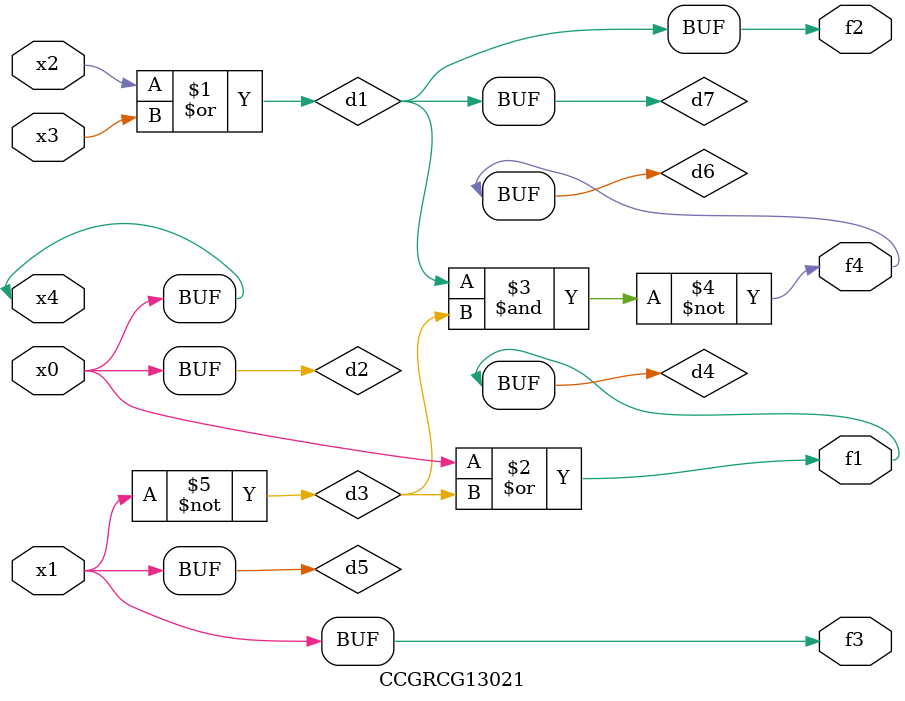
<source format=v>
module CCGRCG13021(
	input x0, x1, x2, x3, x4,
	output f1, f2, f3, f4
);

	wire d1, d2, d3, d4, d5, d6, d7;

	or (d1, x2, x3);
	buf (d2, x0, x4);
	not (d3, x1);
	or (d4, d2, d3);
	not (d5, d3);
	nand (d6, d1, d3);
	or (d7, d1);
	assign f1 = d4;
	assign f2 = d7;
	assign f3 = d5;
	assign f4 = d6;
endmodule

</source>
